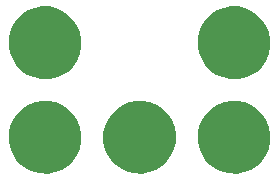
<source format=gbs>
%TF.GenerationSoftware,KiCad,Pcbnew,4.0.5-e0-6337~49~ubuntu16.04.1*%
%TF.CreationDate,2017-07-08T22:41:08-07:00*%
%TF.ProjectId,2x3-RGB-LED-NeoPixel-SMT,3278332D5247422D4C45442D4E656F50,1.0*%
%TF.FileFunction,Soldermask,Bot*%
%FSLAX46Y46*%
G04 Gerber Fmt 4.6, Leading zero omitted, Abs format (unit mm)*
G04 Created by KiCad (PCBNEW 4.0.5-e0-6337~49~ubuntu16.04.1) date Sat Jul  8 22:41:08 2017*
%MOMM*%
%LPD*%
G01*
G04 APERTURE LIST*
%ADD10C,0.350000*%
G04 APERTURE END LIST*
D10*
G36*
X14423110Y-38225847D02*
X15014055Y-38347151D01*
X15570198Y-38580932D01*
X16070334Y-38918278D01*
X16495421Y-39346343D01*
X16829266Y-39848821D01*
X17059156Y-40406576D01*
X17176264Y-40998014D01*
X17176264Y-40998024D01*
X17176331Y-40998363D01*
X17166710Y-41687416D01*
X17166633Y-41687754D01*
X17166633Y-41687762D01*
X17033057Y-42275701D01*
X16787685Y-42826816D01*
X16439937Y-43319778D01*
X16003062Y-43735809D01*
X15493700Y-44059061D01*
X14931254Y-44277219D01*
X14337147Y-44381976D01*
X13734003Y-44369342D01*
X13144800Y-44239797D01*
X12591982Y-43998277D01*
X12096607Y-43653982D01*
X11677537Y-43220023D01*
X11350738Y-42712930D01*
X11128656Y-42152014D01*
X11019755Y-41558658D01*
X11028177Y-40955441D01*
X11153606Y-40365347D01*
X11391259Y-39810858D01*
X11732091Y-39313088D01*
X12163112Y-38891000D01*
X12667913Y-38560668D01*
X13227259Y-38334677D01*
X13819845Y-38221636D01*
X14423110Y-38225847D01*
X14423110Y-38225847D01*
G37*
G36*
X22423110Y-38225847D02*
X23014055Y-38347151D01*
X23570198Y-38580932D01*
X24070334Y-38918278D01*
X24495421Y-39346343D01*
X24829266Y-39848821D01*
X25059156Y-40406576D01*
X25176264Y-40998014D01*
X25176264Y-40998024D01*
X25176331Y-40998363D01*
X25166710Y-41687416D01*
X25166633Y-41687754D01*
X25166633Y-41687762D01*
X25033057Y-42275701D01*
X24787685Y-42826816D01*
X24439937Y-43319778D01*
X24003062Y-43735809D01*
X23493700Y-44059061D01*
X22931254Y-44277219D01*
X22337147Y-44381976D01*
X21734003Y-44369342D01*
X21144800Y-44239797D01*
X20591982Y-43998277D01*
X20096607Y-43653982D01*
X19677537Y-43220023D01*
X19350738Y-42712930D01*
X19128656Y-42152014D01*
X19019755Y-41558658D01*
X19028177Y-40955441D01*
X19153606Y-40365347D01*
X19391259Y-39810858D01*
X19732091Y-39313088D01*
X20163112Y-38891000D01*
X20667913Y-38560668D01*
X21227259Y-38334677D01*
X21819845Y-38221636D01*
X22423110Y-38225847D01*
X22423110Y-38225847D01*
G37*
G36*
X30423110Y-38225847D02*
X31014055Y-38347151D01*
X31570198Y-38580932D01*
X32070334Y-38918278D01*
X32495421Y-39346343D01*
X32829266Y-39848821D01*
X33059156Y-40406576D01*
X33176264Y-40998014D01*
X33176264Y-40998024D01*
X33176331Y-40998363D01*
X33166710Y-41687416D01*
X33166633Y-41687754D01*
X33166633Y-41687762D01*
X33033057Y-42275701D01*
X32787685Y-42826816D01*
X32439937Y-43319778D01*
X32003062Y-43735809D01*
X31493700Y-44059061D01*
X30931254Y-44277219D01*
X30337147Y-44381976D01*
X29734003Y-44369342D01*
X29144800Y-44239797D01*
X28591982Y-43998277D01*
X28096607Y-43653982D01*
X27677537Y-43220023D01*
X27350738Y-42712930D01*
X27128656Y-42152014D01*
X27019755Y-41558658D01*
X27028177Y-40955441D01*
X27153606Y-40365347D01*
X27391259Y-39810858D01*
X27732091Y-39313088D01*
X28163112Y-38891000D01*
X28667913Y-38560668D01*
X29227259Y-38334677D01*
X29819845Y-38221636D01*
X30423110Y-38225847D01*
X30423110Y-38225847D01*
G37*
G36*
X14423110Y-30225847D02*
X15014055Y-30347151D01*
X15570198Y-30580932D01*
X16070334Y-30918278D01*
X16495421Y-31346343D01*
X16829266Y-31848821D01*
X17059156Y-32406576D01*
X17176264Y-32998014D01*
X17176264Y-32998024D01*
X17176331Y-32998363D01*
X17166710Y-33687416D01*
X17166633Y-33687754D01*
X17166633Y-33687762D01*
X17033057Y-34275701D01*
X16787685Y-34826816D01*
X16439937Y-35319778D01*
X16003062Y-35735809D01*
X15493700Y-36059061D01*
X14931254Y-36277219D01*
X14337147Y-36381976D01*
X13734003Y-36369342D01*
X13144800Y-36239797D01*
X12591982Y-35998277D01*
X12096607Y-35653982D01*
X11677537Y-35220023D01*
X11350738Y-34712930D01*
X11128656Y-34152014D01*
X11019755Y-33558658D01*
X11028177Y-32955441D01*
X11153606Y-32365347D01*
X11391259Y-31810858D01*
X11732091Y-31313088D01*
X12163112Y-30891000D01*
X12667913Y-30560668D01*
X13227259Y-30334677D01*
X13819845Y-30221636D01*
X14423110Y-30225847D01*
X14423110Y-30225847D01*
G37*
G36*
X30423110Y-30225847D02*
X31014055Y-30347151D01*
X31570198Y-30580932D01*
X32070334Y-30918278D01*
X32495421Y-31346343D01*
X32829266Y-31848821D01*
X33059156Y-32406576D01*
X33176264Y-32998014D01*
X33176264Y-32998024D01*
X33176331Y-32998363D01*
X33166710Y-33687416D01*
X33166633Y-33687754D01*
X33166633Y-33687762D01*
X33033057Y-34275701D01*
X32787685Y-34826816D01*
X32439937Y-35319778D01*
X32003062Y-35735809D01*
X31493700Y-36059061D01*
X30931254Y-36277219D01*
X30337147Y-36381976D01*
X29734003Y-36369342D01*
X29144800Y-36239797D01*
X28591982Y-35998277D01*
X28096607Y-35653982D01*
X27677537Y-35220023D01*
X27350738Y-34712930D01*
X27128656Y-34152014D01*
X27019755Y-33558658D01*
X27028177Y-32955441D01*
X27153606Y-32365347D01*
X27391259Y-31810858D01*
X27732091Y-31313088D01*
X28163112Y-30891000D01*
X28667913Y-30560668D01*
X29227259Y-30334677D01*
X29819845Y-30221636D01*
X30423110Y-30225847D01*
X30423110Y-30225847D01*
G37*
M02*

</source>
